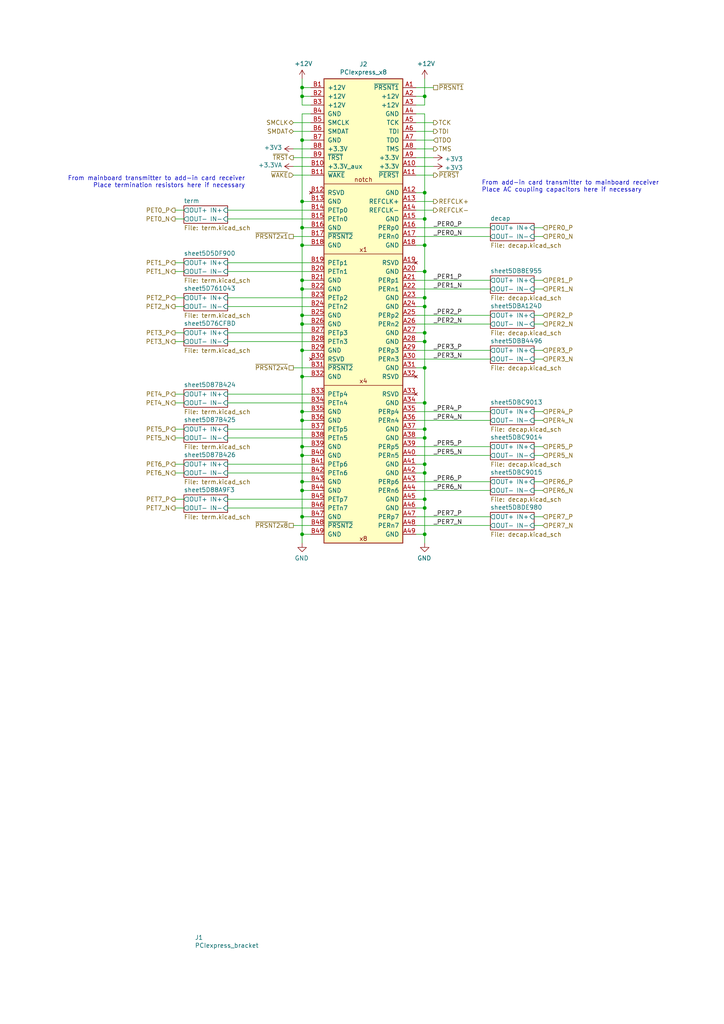
<source format=kicad_sch>
(kicad_sch (version 20250114) (generator "eeschema") (generator_version "9.0")
  (paper "A4" portrait)
  (title_block (title "PCIexpress_x8_low") (company "Author: Luca Anastasio"))
  (lib_symbols
    (symbol "PCIexpress:PCIexpress_bracket" (pin_names (offset 1.016))
      (property "Reference" "J" (at 0 0 0))
      (property "Value" "PCIexpress_bracket" (at 0 0 0))
    )
    (symbol "PCIexpress:PCIexpress_x8" (pin_names (offset 1.016))
      (property "Reference" "J" (at 0 3.81 0))
      (property "Value" "PCIexpress_x8" (at 0 1.27 0))
      (symbol "PCIexpress_x8_0_0"
        (polyline (pts (xy 11.43 -88.9) (xy -11.43 -88.9)))
        (text "x4" (at 0 -87.63 0) (effects (font (size 1.27 1.27))))
        (text "x8" (at 0 -133.35 0) (effects (font (size 1.27 1.27))))
      )
      (symbol "PCIexpress_x8_1_1"
        (rectangle (start 11.43 0) (end -11.43 -134.62) (stroke (width 0.254)) (fill (type background)))
        (polyline (pts (xy 11.43 -30.48) (xy -11.43 -30.48)))
        (polyline (pts (xy 11.43 -50.8) (xy -11.43 -50.8)))
        (text "notch" (at 0 -29.21 0) (effects (font (size 1.27 1.27))))
        (text "x1" (at 0 -49.53 0) (effects (font (size 1.27 1.27))))
        (pin power_out line (at -15.24 -2.54 0) (length 3.81) (name "+12V") (number "B1"))
        (pin power_out line (at -15.24 -5.08 0) (length 3.81) (name "+12V") (number "B2"))
        (pin power_out line (at -15.24 -7.62 0) (length 3.81) (name "+12V") (number "B3"))
        (pin power_out line (at -15.24 -10.16 0) (length 3.81) (name "GND") (number "B4"))
        (pin open_collector line (at -15.24 -12.7 0) (length 3.81) (name "SMCLK") (number "B5"))
        (pin open_collector line (at -15.24 -15.24 0) (length 3.81) (name "SMDAT") (number "B6"))
        (pin power_out line (at -15.24 -17.78 0) (length 3.81) (name "GND") (number "B7"))
        (pin power_out line (at -15.24 -20.32 0) (length 3.81) (name "+3.3V") (number "B8"))
        (pin output line (at -15.24 -22.86 0) (length 3.81) (name "~{TRST}") (number "B9"))
        (pin power_out line (at -15.24 -25.4 0) (length 3.81) (name "+3.3V_aux") (number "B10"))
        (pin open_collector line (at -15.24 -27.94 0) (length 3.81) (name "~{WAKE}") (number "B11"))
        (pin no_connect line (at -15.24 -33.02 0) (length 3.81) (name "RSVD") (number "B12"))
        (pin power_out line (at -15.24 -35.56 0) (length 3.81) (name "GND") (number "B13"))
        (pin output line (at -15.24 -38.1 0) (length 3.81) (name "PETp0") (number "B14"))
        (pin output line (at -15.24 -40.64 0) (length 3.81) (name "PETn0") (number "B15"))
        (pin power_out line (at -15.24 -43.18 0) (length 3.81) (name "GND") (number "B16"))
        (pin passive line (at -15.24 -45.72 0) (length 3.81) (name "~{PRSNT2}") (number "B17"))
        (pin power_out line (at -15.24 -48.26 0) (length 3.81) (name "GND") (number "B18"))
        (pin output line (at -15.24 -53.34 0) (length 3.81) (name "PETp1") (number "B19"))
        (pin output line (at -15.24 -55.88 0) (length 3.81) (name "PETn1") (number "B20"))
        (pin power_out line (at -15.24 -58.42 0) (length 3.81) (name "GND") (number "B21"))
        (pin power_out line (at -15.24 -60.96 0) (length 3.81) (name "GND") (number "B22"))
        (pin output line (at -15.24 -63.5 0) (length 3.81) (name "PETp2") (number "B23"))
        (pin output line (at -15.24 -66.04 0) (length 3.81) (name "PETn2") (number "B24"))
        (pin power_out line (at -15.24 -68.58 0) (length 3.81) (name "GND") (number "B25"))
        (pin power_out line (at -15.24 -71.12 0) (length 3.81) (name "GND") (number "B26"))
        (pin output line (at -15.24 -73.66 0) (length 3.81) (name "PETp3") (number "B27"))
        (pin output line (at -15.24 -76.2 0) (length 3.81) (name "PETn3") (number "B28"))
        (pin power_out line (at -15.24 -78.74 0) (length 3.81) (name "GND") (number "B29"))
        (pin no_connect line (at -15.24 -81.28 0) (length 3.81) (name "RSVD") (number "B30"))
        (pin passive line (at -15.24 -83.82 0) (length 3.81) (name "~{PRSNT2}") (number "B31"))
        (pin power_out line (at -15.24 -86.36 0) (length 3.81) (name "GND") (number "B32"))
        (pin output line (at -15.24 -91.44 0) (length 3.81) (name "PETp4") (number "B33"))
        (pin output line (at -15.24 -93.98 0) (length 3.81) (name "PETn4") (number "B34"))
        (pin power_out line (at -15.24 -96.52 0) (length 3.81) (name "GND") (number "B35"))
        (pin power_out line (at -15.24 -99.06 0) (length 3.81) (name "GND") (number "B36"))
        (pin output line (at -15.24 -101.6 0) (length 3.81) (name "PETp5") (number "B37"))
        (pin output line (at -15.24 -104.14 0) (length 3.81) (name "PETn5") (number "B38"))
        (pin power_out line (at -15.24 -106.68 0) (length 3.81) (name "GND") (number "B39"))
        (pin power_out line (at -15.24 -109.22 0) (length 3.81) (name "GND") (number "B40"))
        (pin output line (at -15.24 -111.76 0) (length 3.81) (name "PETp6") (number "B41"))
        (pin output line (at -15.24 -114.3 0) (length 3.81) (name "PETn6") (number "B42"))
        (pin power_out line (at -15.24 -116.84 0) (length 3.81) (name "GND") (number "B43"))
        (pin power_out line (at -15.24 -119.38 0) (length 3.81) (name "GND") (number "B44"))
        (pin output line (at -15.24 -121.92 0) (length 3.81) (name "PETp7") (number "B45"))
        (pin output line (at -15.24 -124.46 0) (length 3.81) (name "PETn7") (number "B46"))
        (pin power_out line (at -15.24 -127 0) (length 3.81) (name "GND") (number "B47"))
        (pin passive line (at -15.24 -129.54 0) (length 3.81) (name "~{PRSNT2}") (number "B48"))
        (pin power_out line (at -15.24 -132.08 0) (length 3.81) (name "GND") (number "B49"))
        (pin passive line (at 15.24 -2.54 180) (length 3.81) (name "~{PRSNT1}") (number "A1"))
        (pin power_out line (at 15.24 -5.08 180) (length 3.81) (name "+12V") (number "A2"))
        (pin power_out line (at 15.24 -7.62 180) (length 3.81) (name "+12V") (number "A3"))
        (pin power_out line (at 15.24 -10.16 180) (length 3.81) (name "GND") (number "A4"))
        (pin output line (at 15.24 -12.7 180) (length 3.81) (name "TCK") (number "A5"))
        (pin output line (at 15.24 -15.24 180) (length 3.81) (name "TDI") (number "A6"))
        (pin input line (at 15.24 -17.78 180) (length 3.81) (name "TDO") (number "A7"))
        (pin output line (at 15.24 -20.32 180) (length 3.81) (name "TMS") (number "A8"))
        (pin power_out line (at 15.24 -22.86 180) (length 3.81) (name "+3.3V") (number "A9"))
        (pin power_out line (at 15.24 -25.4 180) (length 3.81) (name "+3.3V") (number "A10"))
        (pin output line (at 15.24 -27.94 180) (length 3.81) (name "~{PERST}") (number "A11"))
        (pin power_out line (at 15.24 -33.02 180) (length 3.81) (name "GND") (number "A12"))
        (pin output line (at 15.24 -35.56 180) (length 3.81) (name "REFCLK+") (number "A13"))
        (pin output line (at 15.24 -38.1 180) (length 3.81) (name "REFCLK-") (number "A14"))
        (pin power_out line (at 15.24 -40.64 180) (length 3.81) (name "GND") (number "A15"))
        (pin input line (at 15.24 -43.18 180) (length 3.81) (name "PERp0") (number "A16"))
        (pin input line (at 15.24 -45.72 180) (length 3.81) (name "PERn0") (number "A17"))
        (pin power_out line (at 15.24 -48.26 180) (length 3.81) (name "GND") (number "A18"))
        (pin no_connect line (at 15.24 -53.34 180) (length 3.81) (name "RSVD") (number "A19"))
        (pin power_out line (at 15.24 -55.88 180) (length 3.81) (name "GND") (number "A20"))
        (pin input line (at 15.24 -58.42 180) (length 3.81) (name "PERp1") (number "A21"))
        (pin input line (at 15.24 -60.96 180) (length 3.81) (name "PERn1") (number "A22"))
        (pin power_out line (at 15.24 -63.5 180) (length 3.81) (name "GND") (number "A23"))
        (pin power_out line (at 15.24 -66.04 180) (length 3.81) (name "GND") (number "A24"))
        (pin input line (at 15.24 -68.58 180) (length 3.81) (name "PERp2") (number "A25"))
        (pin input line (at 15.24 -71.12 180) (length 3.81) (name "PERn2") (number "A26"))
        (pin power_out line (at 15.24 -73.66 180) (length 3.81) (name "GND") (number "A27"))
        (pin power_out line (at 15.24 -76.2 180) (length 3.81) (name "GND") (number "A28"))
        (pin input line (at 15.24 -78.74 180) (length 3.81) (name "PERp3") (number "A29"))
        (pin input line (at 15.24 -81.28 180) (length 3.81) (name "PERn3") (number "A30"))
        (pin power_out line (at 15.24 -83.82 180) (length 3.81) (name "GND") (number "A31"))
        (pin no_connect line (at 15.24 -86.36 180) (length 3.81) (name "RSVD") (number "A32"))
        (pin no_connect line (at 15.24 -91.44 180) (length 3.81) (name "RSVD") (number "A33"))
        (pin power_out line (at 15.24 -93.98 180) (length 3.81) (name "GND") (number "A34"))
        (pin input line (at 15.24 -96.52 180) (length 3.81) (name "PERp4") (number "A35"))
        (pin input line (at 15.24 -99.06 180) (length 3.81) (name "PERn4") (number "A36"))
        (pin power_out line (at 15.24 -101.6 180) (length 3.81) (name "GND") (number "A37"))
        (pin power_out line (at 15.24 -104.14 180) (length 3.81) (name "GND") (number "A38"))
        (pin input line (at 15.24 -106.68 180) (length 3.81) (name "PERp5") (number "A39"))
        (pin input line (at 15.24 -109.22 180) (length 3.81) (name "PERn5") (number "A40"))
        (pin power_out line (at 15.24 -111.76 180) (length 3.81) (name "GND") (number "A41"))
        (pin power_out line (at 15.24 -114.3 180) (length 3.81) (name "GND") (number "A42"))
        (pin input line (at 15.24 -116.84 180) (length 3.81) (name "PERp6") (number "A43"))
        (pin input line (at 15.24 -119.38 180) (length 3.81) (name "PERn6") (number "A44"))
        (pin power_out line (at 15.24 -121.92 180) (length 3.81) (name "GND") (number "A45"))
        (pin power_out line (at 15.24 -124.46 180) (length 3.81) (name "GND") (number "A46"))
        (pin input line (at 15.24 -127 180) (length 3.81) (name "PERp7") (number "A47"))
        (pin input line (at 15.24 -129.54 180) (length 3.81) (name "PERn7") (number "A48"))
        (pin power_out line (at 15.24 -132.08 180) (length 3.81) (name "GND") (number "A49"))
      )
    )
    (symbol "PCIexpress_x8_low-rescue:+3.3V-power" (power) (pin_names (offset 0))
      (property "Value" "+3.3V-power" (at 0 3.556 0))
      (symbol "+3.3V-power_0_1"
        (polyline (pts (xy -0.762 1.27) (xy 0 2.54)))
        (polyline (pts (xy 0 2.54) (xy 0.762 1.27)))
        (polyline (pts (xy 0 0) (xy 0 2.54)))
      )
      (symbol "+3.3V-power_1_1"
        (pin power_in line (at 0 0 90) (length 0) (hide yes) (name "+3V3") (number "1"))
      )
    )
    (symbol "power:+12V" (power) (pin_names (offset 0))
      (property "Value" "+12V" (at 0 3.556 0))
      (symbol "+12V_0_1"
        (polyline (pts (xy -0.762 1.27) (xy 0 2.54)))
        (polyline (pts (xy 0 2.54) (xy 0.762 1.27)))
        (polyline (pts (xy 0 0) (xy 0 2.54)))
      )
      (symbol "+12V_1_1"
        (pin power_in line (at 0 0 90) (length 0) (hide yes) (name "+12V") (number "1"))
      )
    )
    (symbol "power:+3.3VA" (power) (pin_names (offset 0))
      (property "Value" "+3.3VA" (at 0 3.556 0))
      (symbol "+3.3VA_0_1"
        (polyline (pts (xy -0.762 1.27) (xy 0 2.54)))
        (polyline (pts (xy 0 2.54) (xy 0.762 1.27)))
        (polyline (pts (xy 0 0) (xy 0 2.54)))
      )
      (symbol "+3.3VA_1_1"
        (pin power_in line (at 0 0 90) (length 0) (hide yes) (name "+3.3VA") (number "1"))
      )
    )
    (symbol "power:GND" (power) (pin_names (offset 0))
      (property "Value" "GND" (at 0 -3.81 0))
      (symbol "GND_0_1"
        (polyline (pts (xy 0 0) (xy 0 -1.27) (xy 1.27 -1.27) (xy 0 -2.54) (xy -1.27 -1.27) (xy 0 -1.27)))
      )
      (symbol "GND_1_1"
        (pin power_in line (at 0 0 270) (length 0) (hide yes) (name "GND") (number "1"))
      )
    )
  )
  (text "From mainboard transmitter to add-in card receiver\nPlace termination resistors here if necessary" (at 71.12 54.61 0) (effects (font (size 1.27 1.27)) (justify right bottom)))
  (text "From add-in card transmitter to mainboard receiver\nPlace AC coupling capacitors here if necessary" (at 139.7 55.88 0) (effects (font (size 1.27 1.27)) (justify left bottom)))
  (junction (at 87.63 154.94))
  (junction (at 123.19 86.36))
  (junction (at 87.63 101.6))
  (junction (at 123.19 71.12))
  (junction (at 87.63 109.22))
  (junction (at 123.19 124.46))
  (junction (at 123.19 116.84))
  (junction (at 123.19 144.78))
  (junction (at 123.19 88.9))
  (junction (at 123.19 78.74))
  (junction (at 123.19 96.52))
  (junction (at 123.19 147.32))
  (junction (at 87.63 81.28))
  (junction (at 87.63 27.94))
  (junction (at 87.63 142.24))
  (junction (at 123.19 154.94))
  (junction (at 87.63 129.54))
  (junction (at 87.63 40.64))
  (junction (at 87.63 66.04))
  (junction (at 87.63 91.44))
  (junction (at 87.63 93.98))
  (junction (at 87.63 83.82))
  (junction (at 87.63 121.92))
  (junction (at 123.19 55.88))
  (junction (at 87.63 25.4))
  (junction (at 123.19 127))
  (junction (at 87.63 71.12))
  (junction (at 123.19 134.62))
  (junction (at 87.63 139.7))
  (junction (at 87.63 58.42))
  (junction (at 123.19 27.94))
  (junction (at 123.19 137.16))
  (junction (at 123.19 63.5))
  (junction (at 87.63 132.08))
  (junction (at 123.19 106.68))
  (junction (at 123.19 99.06))
  (junction (at 87.63 119.38))
  (junction (at 87.63 149.86))
  (wire (pts (xy 123.19 137.16) (xy 123.19 144.78)))
  (wire (pts (xy 90.17 91.44) (xy 87.63 91.44)))
  (wire (pts (xy 120.65 104.14) (xy 142.24 104.14)))
  (wire (pts (xy 66.04 60.96) (xy 90.17 60.96)))
  (wire (pts (xy 90.17 132.08) (xy 87.63 132.08)))
  (wire (pts (xy 120.65 129.54) (xy 142.24 129.54)))
  (wire (pts (xy 123.19 63.5) (xy 123.19 71.12)))
  (wire (pts (xy 154.94 101.6) (xy 157.48 101.6)))
  (wire (pts (xy 120.65 48.26) (xy 125.73 48.26)))
  (wire (pts (xy 120.65 66.04) (xy 142.24 66.04)))
  (wire (pts (xy 123.19 33.02) (xy 123.19 55.88)))
  (wire (pts (xy 120.65 121.92) (xy 142.24 121.92)))
  (wire (pts (xy 154.94 149.86) (xy 157.48 149.86)))
  (wire (pts (xy 50.8 124.46) (xy 53.34 124.46)))
  (wire (pts (xy 66.04 99.06) (xy 90.17 99.06)))
  (wire (pts (xy 120.65 88.9) (xy 123.19 88.9)))
  (wire (pts (xy 123.19 157.48) (xy 123.19 154.94)))
  (wire (pts (xy 85.09 48.26) (xy 90.17 48.26)))
  (wire (pts (xy 87.63 27.94) (xy 87.63 25.4)))
  (wire (pts (xy 154.94 91.44) (xy 157.48 91.44)))
  (wire (pts (xy 87.63 149.86) (xy 87.63 142.24)))
  (wire (pts (xy 50.8 63.5) (xy 53.34 63.5)))
  (wire (pts (xy 87.63 142.24) (xy 87.63 139.7)))
  (wire (pts (xy 90.17 30.48) (xy 87.63 30.48)))
  (wire (pts (xy 87.63 81.28) (xy 87.63 71.12)))
  (wire (pts (xy 66.04 63.5) (xy 90.17 63.5)))
  (wire (pts (xy 120.65 147.32) (xy 123.19 147.32)))
  (wire (pts (xy 66.04 147.32) (xy 90.17 147.32)))
  (wire (pts (xy 85.09 106.68) (xy 90.17 106.68)))
  (wire (pts (xy 154.94 129.54) (xy 157.48 129.54)))
  (wire (pts (xy 87.63 154.94) (xy 87.63 149.86)))
  (wire (pts (xy 87.63 109.22) (xy 87.63 101.6)))
  (wire (pts (xy 120.65 99.06) (xy 123.19 99.06)))
  (wire (pts (xy 87.63 129.54) (xy 87.63 121.92)))
  (wire (pts (xy 90.17 25.4) (xy 87.63 25.4)))
  (wire (pts (xy 90.17 71.12) (xy 87.63 71.12)))
  (wire (pts (xy 87.63 66.04) (xy 87.63 58.42)))
  (wire (pts (xy 154.94 132.08) (xy 157.48 132.08)))
  (wire (pts (xy 50.8 114.3) (xy 53.34 114.3)))
  (wire (pts (xy 90.17 119.38) (xy 87.63 119.38)))
  (wire (pts (xy 154.94 104.14) (xy 157.48 104.14)))
  (wire (pts (xy 120.65 40.64) (xy 125.73 40.64)))
  (wire (pts (xy 120.65 60.96) (xy 125.73 60.96)))
  (wire (pts (xy 123.19 144.78) (xy 123.19 147.32)))
  (wire (pts (xy 120.65 68.58) (xy 142.24 68.58)))
  (wire (pts (xy 50.8 78.74) (xy 53.34 78.74)))
  (wire (pts (xy 50.8 127) (xy 53.34 127)))
  (wire (pts (xy 120.65 101.6) (xy 142.24 101.6)))
  (wire (pts (xy 120.65 25.4) (xy 125.73 25.4)))
  (wire (pts (xy 90.17 81.28) (xy 87.63 81.28)))
  (wire (pts (xy 87.63 83.82) (xy 87.63 81.28)))
  (wire (pts (xy 120.65 106.68) (xy 123.19 106.68)))
  (wire (pts (xy 90.17 40.64) (xy 87.63 40.64)))
  (wire (pts (xy 87.63 121.92) (xy 87.63 119.38)))
  (wire (pts (xy 90.17 66.04) (xy 87.63 66.04)))
  (wire (pts (xy 85.09 50.8) (xy 90.17 50.8)))
  (wire (pts (xy 87.63 40.64) (xy 87.63 33.02)))
  (wire (pts (xy 87.63 157.48) (xy 87.63 154.94)))
  (wire (pts (xy 120.65 152.4) (xy 142.24 152.4)))
  (wire (pts (xy 50.8 86.36) (xy 53.34 86.36)))
  (wire (pts (xy 120.65 55.88) (xy 123.19 55.88)))
  (wire (pts (xy 90.17 83.82) (xy 87.63 83.82)))
  (wire (pts (xy 87.63 93.98) (xy 87.63 91.44)))
  (wire (pts (xy 85.09 43.18) (xy 90.17 43.18)))
  (wire (pts (xy 120.65 132.08) (xy 142.24 132.08)))
  (wire (pts (xy 66.04 127) (xy 90.17 127)))
  (wire (pts (xy 90.17 93.98) (xy 87.63 93.98)))
  (wire (pts (xy 120.65 45.72) (xy 125.73 45.72)))
  (wire (pts (xy 154.94 121.92) (xy 157.48 121.92)))
  (wire (pts (xy 85.09 152.4) (xy 90.17 152.4)))
  (wire (pts (xy 120.65 119.38) (xy 142.24 119.38)))
  (wire (pts (xy 87.63 101.6) (xy 87.63 93.98)))
  (wire (pts (xy 154.94 93.98) (xy 157.48 93.98)))
  (wire (pts (xy 123.19 99.06) (xy 123.19 106.68)))
  (wire (pts (xy 120.65 35.56) (xy 125.73 35.56)))
  (wire (pts (xy 66.04 144.78) (xy 90.17 144.78)))
  (wire (pts (xy 154.94 142.24) (xy 157.48 142.24)))
  (wire (pts (xy 123.19 88.9) (xy 123.19 96.52)))
  (wire (pts (xy 87.63 58.42) (xy 87.63 40.64)))
  (wire (pts (xy 120.65 58.42) (xy 125.73 58.42)))
  (wire (pts (xy 66.04 76.2) (xy 90.17 76.2)))
  (wire (pts (xy 87.63 91.44) (xy 87.63 83.82)))
  (wire (pts (xy 50.8 147.32) (xy 53.34 147.32)))
  (wire (pts (xy 87.63 33.02) (xy 90.17 33.02)))
  (wire (pts (xy 120.65 63.5) (xy 123.19 63.5)))
  (wire (pts (xy 123.19 124.46) (xy 123.19 127)))
  (wire (pts (xy 87.63 119.38) (xy 87.63 109.22)))
  (wire (pts (xy 123.19 86.36) (xy 123.19 88.9)))
  (wire (pts (xy 120.65 86.36) (xy 123.19 86.36)))
  (wire (pts (xy 154.94 83.82) (xy 157.48 83.82)))
  (wire (pts (xy 85.09 38.1) (xy 90.17 38.1)))
  (wire (pts (xy 50.8 99.06) (xy 53.34 99.06)))
  (wire (pts (xy 123.19 78.74) (xy 123.19 86.36)))
  (wire (pts (xy 120.65 93.98) (xy 142.24 93.98)))
  (wire (pts (xy 123.19 55.88) (xy 123.19 63.5)))
  (wire (pts (xy 87.63 27.94) (xy 90.17 27.94)))
  (wire (pts (xy 123.19 147.32) (xy 123.19 154.94)))
  (wire (pts (xy 50.8 116.84) (xy 53.34 116.84)))
  (wire (pts (xy 90.17 129.54) (xy 87.63 129.54)))
  (wire (pts (xy 50.8 60.96) (xy 53.34 60.96)))
  (wire (pts (xy 66.04 137.16) (xy 90.17 137.16)))
  (wire (pts (xy 120.65 137.16) (xy 123.19 137.16)))
  (wire (pts (xy 90.17 109.22) (xy 87.63 109.22)))
  (wire (pts (xy 120.65 134.62) (xy 123.19 134.62)))
  (wire (pts (xy 154.94 139.7) (xy 157.48 139.7)))
  (wire (pts (xy 66.04 114.3) (xy 90.17 114.3)))
  (wire (pts (xy 90.17 142.24) (xy 87.63 142.24)))
  (wire (pts (xy 123.19 96.52) (xy 123.19 99.06)))
  (wire (pts (xy 50.8 76.2) (xy 53.34 76.2)))
  (wire (pts (xy 120.65 144.78) (xy 123.19 144.78)))
  (wire (pts (xy 50.8 144.78) (xy 53.34 144.78)))
  (wire (pts (xy 120.65 71.12) (xy 123.19 71.12)))
  (wire (pts (xy 154.94 68.58) (xy 157.48 68.58)))
  (wire (pts (xy 90.17 139.7) (xy 87.63 139.7)))
  (wire (pts (xy 123.19 27.94) (xy 120.65 27.94)))
  (wire (pts (xy 90.17 121.92) (xy 87.63 121.92)))
  (wire (pts (xy 123.19 71.12) (xy 123.19 78.74)))
  (wire (pts (xy 87.63 132.08) (xy 87.63 129.54)))
  (wire (pts (xy 87.63 25.4) (xy 87.63 22.86)))
  (wire (pts (xy 120.65 124.46) (xy 123.19 124.46)))
  (wire (pts (xy 90.17 154.94) (xy 87.63 154.94)))
  (wire (pts (xy 87.63 30.48) (xy 87.63 27.94)))
  (wire (pts (xy 120.65 91.44) (xy 142.24 91.44)))
  (wire (pts (xy 50.8 134.62) (xy 53.34 134.62)))
  (wire (pts (xy 123.19 134.62) (xy 123.19 137.16)))
  (wire (pts (xy 90.17 149.86) (xy 87.63 149.86)))
  (wire (pts (xy 90.17 68.58) (xy 85.09 68.58)))
  (wire (pts (xy 87.63 71.12) (xy 87.63 66.04)))
  (wire (pts (xy 120.65 30.48) (xy 123.19 30.48)))
  (wire (pts (xy 66.04 116.84) (xy 90.17 116.84)))
  (wire (pts (xy 120.65 139.7) (xy 142.24 139.7)))
  (wire (pts (xy 50.8 96.52) (xy 53.34 96.52)))
  (wire (pts (xy 50.8 137.16) (xy 53.34 137.16)))
  (wire (pts (xy 90.17 58.42) (xy 87.63 58.42)))
  (wire (pts (xy 50.8 88.9) (xy 53.34 88.9)))
  (wire (pts (xy 154.94 152.4) (xy 157.48 152.4)))
  (wire (pts (xy 120.65 116.84) (xy 123.19 116.84)))
  (wire (pts (xy 66.04 88.9) (xy 90.17 88.9)))
  (wire (pts (xy 85.09 35.56) (xy 90.17 35.56)))
  (wire (pts (xy 123.19 30.48) (xy 123.19 27.94)))
  (wire (pts (xy 66.04 124.46) (xy 90.17 124.46)))
  (wire (pts (xy 120.65 81.28) (xy 142.24 81.28)))
  (wire (pts (xy 154.94 81.28) (xy 157.48 81.28)))
  (wire (pts (xy 154.94 119.38) (xy 157.48 119.38)))
  (wire (pts (xy 123.19 33.02) (xy 120.65 33.02)))
  (wire (pts (xy 120.65 78.74) (xy 123.19 78.74)))
  (wire (pts (xy 154.94 66.04) (xy 157.48 66.04)))
  (wire (pts (xy 120.65 83.82) (xy 142.24 83.82)))
  (wire (pts (xy 90.17 101.6) (xy 87.63 101.6)))
  (wire (pts (xy 120.65 50.8) (xy 125.73 50.8)))
  (wire (pts (xy 120.65 96.52) (xy 123.19 96.52)))
  (wire (pts (xy 120.65 127) (xy 123.19 127)))
  (wire (pts (xy 66.04 86.36) (xy 90.17 86.36)))
  (wire (pts (xy 66.04 96.52) (xy 90.17 96.52)))
  (wire (pts (xy 120.65 149.86) (xy 142.24 149.86)))
  (wire (pts (xy 120.65 38.1) (xy 125.73 38.1)))
  (wire (pts (xy 85.09 45.72) (xy 90.17 45.72)))
  (wire (pts (xy 120.65 154.94) (xy 123.19 154.94)))
  (wire (pts (xy 123.19 106.68) (xy 123.19 116.84)))
  (wire (pts (xy 66.04 78.74) (xy 90.17 78.74)))
  (wire (pts (xy 120.65 43.18) (xy 125.73 43.18)))
  (wire (pts (xy 123.19 116.84) (xy 123.19 124.46)))
  (wire (pts (xy 123.19 127) (xy 123.19 134.62)))
  (wire (pts (xy 87.63 139.7) (xy 87.63 132.08)))
  (wire (pts (xy 120.65 142.24) (xy 142.24 142.24)))
  (wire (pts (xy 123.19 22.86) (xy 123.19 27.94)))
  (wire (pts (xy 66.04 134.62) (xy 90.17 134.62)))
  (label "_PER1_P" (at 125.73 81.28 0))
  (label "_PER6_N" (at 125.73 142.24 0))
  (label "_PER4_N" (at 125.73 121.92 0))
  (label "_PER5_N" (at 125.73 132.08 0))
  (label "_PER2_P" (at 125.73 91.44 0))
  (label "_PER0_N" (at 125.73 68.58 0))
  (label "_PER7_P" (at 125.73 149.86 0))
  (label "_PER7_N" (at 125.73 152.4 0))
  (label "_PER4_P" (at 125.73 119.38 0))
  (label "_PER3_P" (at 125.73 101.6 0))
  (label "_PER2_N" (at 125.73 93.98 0))
  (label "_PER0_P" (at 125.73 66.04 0))
  (label "_PER1_N" (at 125.73 83.82 0))
  (label "_PER5_P" (at 125.73 129.54 0))
  (label "_PER3_N" (at 125.73 104.14 0))
  (label "_PER6_P" (at 125.73 139.7 0))
  (hierarchical_label "REFCLK+" (shape output) (at 125.73 58.42 0))
  (hierarchical_label "~{PRSNT2x4}" (shape passive) (at 85.09 106.68 180))
  (hierarchical_label "SMDAT" (shape bidirectional) (at 85.09 38.1 180))
  (hierarchical_label "PET2_N" (shape output) (at 50.8 88.9 180))
  (hierarchical_label "~{TRST}" (shape output) (at 85.09 45.72 180))
  (hierarchical_label "PER5_N" (shape input) (at 157.48 132.08 0))
  (hierarchical_label "PET1_N" (shape output) (at 50.8 78.74 180))
  (hierarchical_label "PET7_N" (shape output) (at 50.8 147.32 180))
  (hierarchical_label "PER2_P" (shape input) (at 157.48 91.44 0))
  (hierarchical_label "TMS" (shape output) (at 125.73 43.18 0))
  (hierarchical_label "PET2_P" (shape output) (at 50.8 86.36 180))
  (hierarchical_label "PET4_P" (shape output) (at 50.8 114.3 180))
  (hierarchical_label "PET3_N" (shape output) (at 50.8 99.06 180))
  (hierarchical_label "~{PRSNT2x8}" (shape passive) (at 85.09 152.4 180))
  (hierarchical_label "PER3_N" (shape input) (at 157.48 104.14 0))
  (hierarchical_label "PER4_P" (shape input) (at 157.48 119.38 0))
  (hierarchical_label "PER4_N" (shape input) (at 157.48 121.92 0))
  (hierarchical_label "PER2_N" (shape input) (at 157.48 93.98 0))
  (hierarchical_label "SMCLK" (shape bidirectional) (at 85.09 35.56 180))
  (hierarchical_label "PER3_P" (shape input) (at 157.48 101.6 0))
  (hierarchical_label "TDO" (shape input) (at 125.73 40.64 0))
  (hierarchical_label "~{PRSNT1}" (shape passive) (at 125.73 25.4 0))
  (hierarchical_label "PER0_N" (shape input) (at 157.48 68.58 0))
  (hierarchical_label "PER6_P" (shape input) (at 157.48 139.7 0))
  (hierarchical_label "PER7_P" (shape input) (at 157.48 149.86 0))
  (hierarchical_label "~{PRSNT2x1}" (shape passive) (at 85.09 68.58 180))
  (hierarchical_label "PET0_P" (shape output) (at 50.8 60.96 180))
  (hierarchical_label "PET1_P" (shape output) (at 50.8 76.2 180))
  (hierarchical_label "TCK" (shape output) (at 125.73 35.56 0))
  (hierarchical_label "PET0_N" (shape output) (at 50.8 63.5 180))
  (hierarchical_label "PER7_N" (shape input) (at 157.48 152.4 0))
  (hierarchical_label "PER1_N" (shape input) (at 157.48 83.82 0))
  (hierarchical_label "REFCLK-" (shape output) (at 125.73 60.96 0))
  (hierarchical_label "PET7_P" (shape output) (at 50.8 144.78 180))
  (hierarchical_label "PER6_N" (shape input) (at 157.48 142.24 0))
  (hierarchical_label "PET6_N" (shape output) (at 50.8 137.16 180))
  (hierarchical_label "PET5_P" (shape output) (at 50.8 124.46 180))
  (hierarchical_label "TDI" (shape output) (at 125.73 38.1 0))
  (hierarchical_label "PET6_P" (shape output) (at 50.8 134.62 180))
  (hierarchical_label "PET4_N" (shape output) (at 50.8 116.84 180))
  (hierarchical_label "PER0_P" (shape input) (at 157.48 66.04 0))
  (hierarchical_label "PER5_P" (shape input) (at 157.48 129.54 0))
  (hierarchical_label "PER1_P" (shape input) (at 157.48 81.28 0))
  (hierarchical_label "PET3_P" (shape output) (at 50.8 96.52 180))
  (hierarchical_label "~{WAKE}" (shape input) (at 85.09 50.8 180))
  (hierarchical_label "PET5_N" (shape output) (at 50.8 127 180))
  (hierarchical_label "~{PERST}" (shape output) (at 125.73 50.8 0))
  (symbol (lib_id "PCIexpress:PCIexpress_bracket") (at 55.88 273.05 0) (unit 1)
    (property "Reference" "J1" (at 56.515 271.8816 0) (effects (justify left)))
    (property "Value" "PCIexpress_bracket" (at 56.515 274.193 0) (effects (justify left)))
    (property "Footprint" "PCIexpress:PCIexpress_bracket_low" (effects (hide yes)))
  )
  (symbol (lib_id "power:GND") (at 87.63 157.48 0) (mirror y) (unit 1)
    (property "Reference" "#PWR0101" (effects (hide yes)))
    (property "Value" "GND" (at 87.503 161.8742 0))
  )
  (symbol (lib_id "power:GND") (at 123.19 157.48 0) (mirror y) (unit 1)
    (property "Reference" "#PWR0102" (effects (hide yes)))
    (property "Value" "GND" (at 123.063 161.8742 0))
  )
  (symbol (lib_id "PCIexpress_x8_low-rescue:+3.3V-power") (at 85.09 43.18 90) (unit 1)
    (property "Reference" "#PWR0103" (effects (hide yes)))
    (property "Value" "+3V3" (at 81.8388 42.799 90) (effects (justify left)))
  )
  (symbol (lib_id "PCIexpress_x8_low-rescue:+3.3V-power") (at 125.73 45.72 270) (unit 1)
    (property "Reference" "#PWR0104" (effects (hide yes)))
    (property "Value" "+3V3" (at 128.9812 46.101 90) (effects (justify left)))
  )
  (symbol (lib_id "PCIexpress_x8_low-rescue:+3.3V-power") (at 125.73 48.26 270) (unit 1)
    (property "Reference" "#PWR0105" (effects (hide yes)))
    (property "Value" "+3V3" (at 128.9812 48.641 90) (effects (justify left)))
  )
  (symbol (lib_id "power:+3.3VA") (at 85.09 48.26 90) (unit 1)
    (property "Reference" "#PWR0106" (effects (hide yes)))
    (property "Value" "+3.3VA" (at 81.8642 47.879 90) (effects (justify left)))
  )
  (symbol (lib_id "power:+12V") (at 87.63 22.86 0) (unit 1)
    (property "Reference" "#PWR0107" (effects (hide yes)))
    (property "Value" "+12V" (at 88.011 18.4658 0))
  )
  (symbol (lib_id "power:+12V") (at 123.19 22.86 0) (unit 1)
    (property "Reference" "#PWR0108" (effects (hide yes)))
    (property "Value" "+12V" (at 123.571 18.4658 0))
  )
  (symbol (lib_id "PCIexpress:PCIexpress_x8") (at 105.41 22.86 0) (unit 1)
    (property "Reference" "J2" (at 105.41 18.6182 0))
    (property "Value" "PCIexpress_x8" (at 105.41 20.9296 0))
    (property "Footprint" "PCIexpress:PCIexpress_x8" (effects (hide yes)))
  )
  (sheet (at 53.34 59.69) (size 12.7 5.08)
    (property "Sheetname" "term" (at 53.34 58.9784 0) (effects (justify left bottom)))
    (property "Sheetfile" "term.kicad_sch" (at 53.34 65.3546 0) (effects (justify left top)))
    (pin "IN+" input (at 66.04 60.96 0))
    (pin "IN-" input (at 66.04 63.5 0))
    (pin "OUT+" output (at 53.34 60.96 180))
    (pin "OUT-" output (at 53.34 63.5 180))
  )
  (sheet (at 53.34 74.93) (size 12.7 5.08)
    (property "Sheetname" "sheet5D5DF900" (at 53.34 74.2184 0) (effects (justify left bottom)))
    (property "Sheetfile" "term.kicad_sch" (at 53.34 80.5946 0) (effects (justify left top)))
    (pin "IN+" input (at 66.04 76.2 0))
    (pin "IN-" input (at 66.04 78.74 0))
    (pin "OUT+" output (at 53.34 76.2 180))
    (pin "OUT-" output (at 53.34 78.74 180))
  )
  (sheet (at 53.34 85.09) (size 12.7 5.08)
    (property "Sheetname" "sheet5D761043" (at 53.34 84.3784 0) (effects (justify left bottom)))
    (property "Sheetfile" "term.kicad_sch" (at 53.34 90.7546 0) (effects (justify left top)))
    (pin "IN+" input (at 66.04 86.36 0))
    (pin "IN-" input (at 66.04 88.9 0))
    (pin "OUT+" output (at 53.34 86.36 180))
    (pin "OUT-" output (at 53.34 88.9 180))
  )
  (sheet (at 53.34 95.25) (size 12.7 5.08)
    (property "Sheetname" "sheet5D76CFBD" (at 53.34 94.5384 0) (effects (justify left bottom)))
    (property "Sheetfile" "term.kicad_sch" (at 53.34 100.9146 0) (effects (justify left top)))
    (pin "IN+" input (at 66.04 96.52 0))
    (pin "IN-" input (at 66.04 99.06 0))
    (pin "OUT+" output (at 53.34 96.52 180))
    (pin "OUT-" output (at 53.34 99.06 180))
  )
  (sheet (at 53.34 113.03) (size 12.7 5.08)
    (property "Sheetname" "sheet5D87B424" (at 53.34 112.3184 0) (effects (justify left bottom)))
    (property "Sheetfile" "term.kicad_sch" (at 53.34 118.6946 0) (effects (justify left top)))
    (pin "IN+" input (at 66.04 114.3 0))
    (pin "IN-" input (at 66.04 116.84 0))
    (pin "OUT+" output (at 53.34 114.3 180))
    (pin "OUT-" output (at 53.34 116.84 180))
  )
  (sheet (at 53.34 123.19) (size 12.7 5.08)
    (property "Sheetname" "sheet5D87B425" (at 53.34 122.4784 0) (effects (justify left bottom)))
    (property "Sheetfile" "term.kicad_sch" (at 53.34 128.8546 0) (effects (justify left top)))
    (pin "IN+" input (at 66.04 124.46 0))
    (pin "IN-" input (at 66.04 127 0))
    (pin "OUT+" output (at 53.34 124.46 180))
    (pin "OUT-" output (at 53.34 127 180))
  )
  (sheet (at 53.34 133.35) (size 12.7 5.08)
    (property "Sheetname" "sheet5D87B426" (at 53.34 132.6384 0) (effects (justify left bottom)))
    (property "Sheetfile" "term.kicad_sch" (at 53.34 139.0146 0) (effects (justify left top)))
    (pin "IN+" input (at 66.04 134.62 0))
    (pin "IN-" input (at 66.04 137.16 0))
    (pin "OUT+" output (at 53.34 134.62 180))
    (pin "OUT-" output (at 53.34 137.16 180))
  )
  (sheet (at 53.34 143.51) (size 12.7 5.08)
    (property "Sheetname" "sheet5D88A9F3" (at 53.34 142.7984 0) (effects (justify left bottom)))
    (property "Sheetfile" "term.kicad_sch" (at 53.34 149.1746 0) (effects (justify left top)))
    (pin "IN+" input (at 66.04 144.78 0))
    (pin "IN-" input (at 66.04 147.32 0))
    (pin "OUT+" output (at 53.34 144.78 180))
    (pin "OUT-" output (at 53.34 147.32 180))
  )
  (sheet (at 142.24 64.77) (size 12.7 5.08)
    (property "Sheetname" "decap" (at 142.24 64.0584 0) (effects (justify left bottom)))
    (property "Sheetfile" "decap.kicad_sch" (at 142.24 70.4346 0) (effects (justify left top)))
    (pin "IN+" input (at 154.94 66.04 0))
    (pin "OUT+" output (at 142.24 66.04 180))
    (pin "OUT-" output (at 142.24 68.58 180))
    (pin "IN-" input (at 154.94 68.58 0))
  )
  (sheet (at 142.24 80.01) (size 12.7 5.08)
    (property "Sheetname" "sheet5DB8E955" (at 142.24 79.2984 0) (effects (justify left bottom)))
    (property "Sheetfile" "decap.kicad_sch" (at 142.24 85.6746 0) (effects (justify left top)))
    (pin "IN+" input (at 154.94 81.28 0))
    (pin "OUT+" output (at 142.24 81.28 180))
    (pin "OUT-" output (at 142.24 83.82 180))
    (pin "IN-" input (at 154.94 83.82 0))
  )
  (sheet (at 142.24 90.17) (size 12.7 5.08)
    (property "Sheetname" "sheet5DBA124D" (at 142.24 89.4584 0) (effects (justify left bottom)))
    (property "Sheetfile" "decap.kicad_sch" (at 142.24 95.8346 0) (effects (justify left top)))
    (pin "IN+" input (at 154.94 91.44 0))
    (pin "OUT+" output (at 142.24 91.44 180))
    (pin "OUT-" output (at 142.24 93.98 180))
    (pin "IN-" input (at 154.94 93.98 0))
  )
  (sheet (at 142.24 100.33) (size 12.7 5.08)
    (property "Sheetname" "sheet5DBB4496" (at 142.24 99.6184 0) (effects (justify left bottom)))
    (property "Sheetfile" "decap.kicad_sch" (at 142.24 105.9946 0) (effects (justify left top)))
    (pin "IN+" input (at 154.94 101.6 0))
    (pin "OUT+" output (at 142.24 101.6 180))
    (pin "OUT-" output (at 142.24 104.14 180))
    (pin "IN-" input (at 154.94 104.14 0))
  )
  (sheet (at 142.24 118.11) (size 12.7 5.08)
    (property "Sheetname" "sheet5DBC9013" (at 142.24 117.3984 0) (effects (justify left bottom)))
    (property "Sheetfile" "decap.kicad_sch" (at 142.24 123.7746 0) (effects (justify left top)))
    (pin "IN+" input (at 154.94 119.38 0))
    (pin "OUT+" output (at 142.24 119.38 180))
    (pin "OUT-" output (at 142.24 121.92 180))
    (pin "IN-" input (at 154.94 121.92 0))
  )
  (sheet (at 142.24 128.27) (size 12.7 5.08)
    (property "Sheetname" "sheet5DBC9014" (at 142.24 127.5584 0) (effects (justify left bottom)))
    (property "Sheetfile" "decap.kicad_sch" (at 142.24 133.9346 0) (effects (justify left top)))
    (pin "IN+" input (at 154.94 129.54 0))
    (pin "OUT+" output (at 142.24 129.54 180))
    (pin "OUT-" output (at 142.24 132.08 180))
    (pin "IN-" input (at 154.94 132.08 0))
  )
  (sheet (at 142.24 138.43) (size 12.7 5.08)
    (property "Sheetname" "sheet5DBC9015" (at 142.24 137.7184 0) (effects (justify left bottom)))
    (property "Sheetfile" "decap.kicad_sch" (at 142.24 144.0946 0) (effects (justify left top)))
    (pin "IN+" input (at 154.94 139.7 0))
    (pin "OUT+" output (at 142.24 139.7 180))
    (pin "OUT-" output (at 142.24 142.24 180))
    (pin "IN-" input (at 154.94 142.24 0))
  )
  (sheet (at 142.24 148.59) (size 12.7 5.08)
    (property "Sheetname" "sheet5DBDE980" (at 142.24 147.8784 0) (effects (justify left bottom)))
    (property "Sheetfile" "decap.kicad_sch" (at 142.24 154.2546 0) (effects (justify left top)))
    (pin "IN+" input (at 154.94 149.86 0))
    (pin "OUT+" output (at 142.24 149.86 180))
    (pin "OUT-" output (at 142.24 152.4 180))
    (pin "IN-" input (at 154.94 152.4 0))
  )
)
</source>
